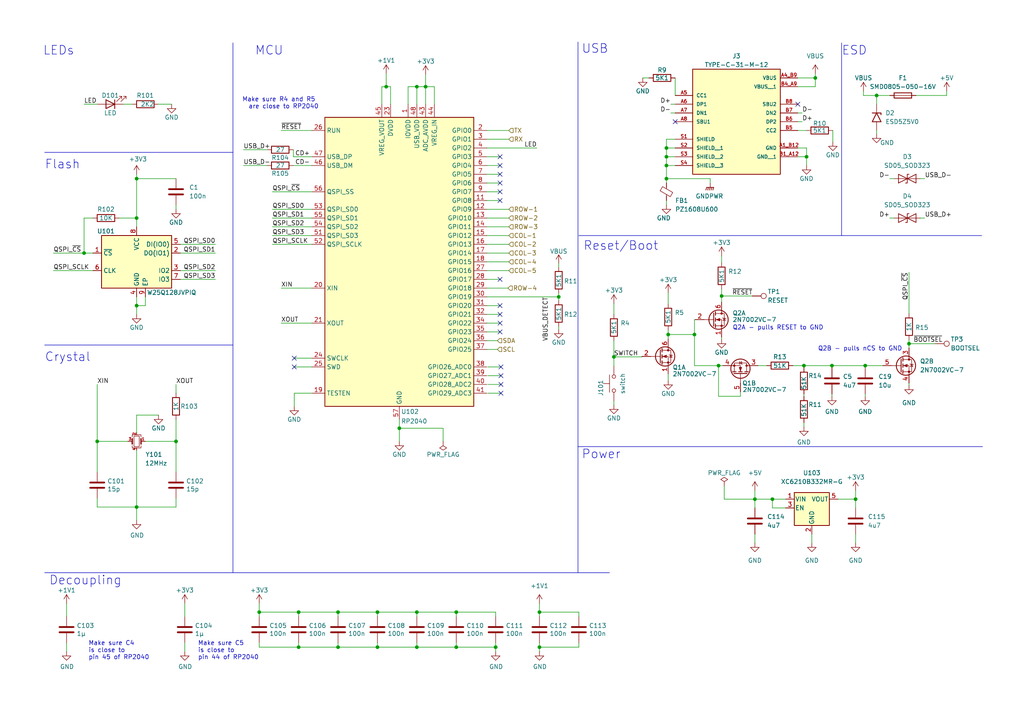
<source format=kicad_sch>
(kicad_sch (version 20230121) (generator eeschema)
  (paper "A4")
  (title_block (title "The Interface?") (date "2023-11-22") (rev "1.0-alpha"))
  (junction (at 236.474 22.606))
  (junction (at 132.334 187.706))
  (junction (at 263.652 99.695))
  (junction (at 39.624 88.646))
  (junction (at 75.184 177.546))
  (junction (at 143.764 187.706))
  (junction (at 193.802 97.028))
  (junction (at 28.194 128.016))
  (junction (at 233.934 45.466))
  (junction (at 51.054 128.016))
  (junction (at 112.014 25.146))
  (junction (at 86.614 177.546))
  (junction (at 156.464 177.546))
  (junction (at 193.294 48.006))
  (junction (at 241.3 106.045))
  (junction (at 201.422 97.028))
  (junction (at 178.054 103.505))
  (junction (at 120.904 187.706))
  (junction (at 115.824 124.206))
  (junction (at 156.464 187.706))
  (junction (at 218.948 144.78))
  (junction (at 209.296 85.852))
  (junction (at 109.474 177.546))
  (junction (at 162.052 86.106))
  (junction (at 39.624 51.816))
  (junction (at 224.028 144.78))
  (junction (at 193.294 51.816))
  (junction (at 254.254 27.686))
  (junction (at 120.904 25.146))
  (junction (at 24.384 73.406))
  (junction (at 193.294 42.926))
  (junction (at 193.294 45.466))
  (junction (at 250.952 106.045))
  (junction (at 208.407 106.045))
  (junction (at 233.172 106.045))
  (junction (at 123.444 25.146))
  (junction (at 98.044 177.546))
  (junction (at 132.334 177.546))
  (junction (at 109.474 187.706))
  (junction (at 39.624 63.246))
  (junction (at 39.624 147.066))
  (junction (at 98.044 187.706))
  (junction (at 120.904 177.546))
  (junction (at 248.158 144.78))
  (junction (at 86.614 187.706))
  (no_connect (at 231.394 30.226))
  (no_connect (at 145.034 53.086))
  (no_connect (at 145.034 55.626))
  (no_connect (at 85.344 103.886))
  (no_connect (at 145.288 111.506))
  (no_connect (at 145.034 48.006))
  (no_connect (at 145.034 88.646))
  (no_connect (at 85.344 106.426))
  (no_connect (at 145.034 45.466))
  (no_connect (at 195.834 35.306))
  (no_connect (at 145.034 58.166))
  (no_connect (at 145.288 114.046))
  (no_connect (at 145.034 96.266))
  (no_connect (at 145.288 106.426))
  (no_connect (at 145.034 93.726))
  (no_connect (at 145.034 50.546))
  (no_connect (at 145.034 81.026))
  (no_connect (at 145.288 108.966))
  (no_connect (at 145.034 91.186))
  (wire (pts (xy 39.624 88.646) (xy 42.164 88.646)))
  (wire (pts (xy 193.294 51.816) (xy 193.294 48.006)))
  (wire (pts (xy 141.224 75.946) (xy 147.574 75.946)))
  (wire (pts (xy 236.474 25.146) (xy 236.474 22.606)))
  (wire (pts (xy 141.224 96.266) (xy 145.034 96.266)))
  (wire (pts (xy 141.224 58.166) (xy 145.034 58.166)))
  (wire (pts (xy 241.3 106.045) (xy 250.952 106.045)))
  (wire (pts (xy 51.054 60.706) (xy 51.054 59.436)))
  (wire (pts (xy 24.384 63.246) (xy 24.384 73.406)))
  (wire (pts (xy 24.384 73.406) (xy 26.924 73.406)))
  (wire (pts (xy 19.304 178.816) (xy 19.304 175.006)))
  (wire (pts (xy 53.594 188.976) (xy 53.594 186.436)))
  (wire (pts (xy 132.334 187.706) (xy 143.764 187.706)))
  (polyline (pts (xy 12.954 44.196) (xy 67.564 44.196)))
  (wire (pts (xy 51.054 144.526) (xy 51.054 147.066)))
  (wire (pts (xy 78.994 65.786) (xy 90.424 65.786)))
  (wire (pts (xy 85.09 45.466) (xy 90.424 45.466)))
  (wire (pts (xy 233.934 42.926) (xy 233.934 45.466)))
  (wire (pts (xy 39.624 51.816) (xy 51.054 51.816)))
  (wire (pts (xy 274.574 27.686) (xy 265.684 27.686)))
  (wire (pts (xy 201.422 92.71) (xy 201.422 97.028)))
  (wire (pts (xy 186.436 22.606) (xy 188.214 22.606)))
  (wire (pts (xy 156.464 178.816) (xy 156.464 177.546)))
  (wire (pts (xy 141.224 70.866) (xy 147.574 70.866)))
  (wire (pts (xy 112.014 21.336) (xy 112.014 25.146)))
  (wire (pts (xy 112.014 25.146) (xy 110.744 25.146)))
  (wire (pts (xy 123.444 21.59) (xy 123.444 25.146)))
  (wire (pts (xy 209.296 74.168) (xy 209.296 76.2)))
  (wire (pts (xy 250.952 106.045) (xy 256.032 106.045)))
  (wire (pts (xy 263.652 111.125) (xy 263.652 111.76)))
  (wire (pts (xy 195.834 22.606) (xy 195.834 27.686)))
  (wire (pts (xy 115.824 128.016) (xy 115.824 124.206)))
  (wire (pts (xy 39.624 91.186) (xy 39.624 88.646)))
  (polyline (pts (xy 167.894 68.326) (xy 284.734 68.326)))
  (wire (pts (xy 120.904 178.816) (xy 120.904 177.546)))
  (wire (pts (xy 186.182 103.505) (xy 186.182 103.378)))
  (wire (pts (xy 248.158 142.24) (xy 248.158 144.78)))
  (wire (pts (xy 109.474 177.546) (xy 120.904 177.546)))
  (wire (pts (xy 141.224 53.086) (xy 145.034 53.086)))
  (wire (pts (xy 45.974 30.226) (xy 49.784 30.226)))
  (wire (pts (xy 115.824 124.206) (xy 128.524 124.206)))
  (wire (pts (xy 193.802 108.458) (xy 193.802 110.363)))
  (wire (pts (xy 156.464 175.006) (xy 156.464 177.546)))
  (wire (pts (xy 141.224 81.026) (xy 145.034 81.026)))
  (wire (pts (xy 141.224 86.106) (xy 162.052 86.106)))
  (wire (pts (xy 51.054 128.016) (xy 51.054 136.906)))
  (wire (pts (xy 231.394 25.146) (xy 236.474 25.146)))
  (wire (pts (xy 123.444 25.146) (xy 125.984 25.146)))
  (wire (pts (xy 231.394 45.466) (xy 233.934 45.466)))
  (wire (pts (xy 78.994 60.706) (xy 90.424 60.706)))
  (wire (pts (xy 233.172 122.555) (xy 233.172 123.825)))
  (wire (pts (xy 19.304 188.976) (xy 19.304 186.436)))
  (wire (pts (xy 241.554 41.148) (xy 241.554 37.846)))
  (wire (pts (xy 145.288 114.046) (xy 141.478 114.046)))
  (wire (pts (xy 132.334 177.546) (xy 143.764 177.546)))
  (wire (pts (xy 39.624 130.556) (xy 39.624 147.066)))
  (wire (pts (xy 250.952 106.68) (xy 250.952 106.045)))
  (wire (pts (xy 250.952 114.3) (xy 250.952 114.935)))
  (wire (pts (xy 123.444 25.146) (xy 123.444 30.226)))
  (wire (pts (xy 210.058 140.97) (xy 210.058 144.78)))
  (wire (pts (xy 70.612 43.434) (xy 77.47 43.434)))
  (wire (pts (xy 120.904 30.226) (xy 120.904 25.146)))
  (wire (pts (xy 28.194 128.016) (xy 28.194 136.906)))
  (wire (pts (xy 208.407 106.045) (xy 201.422 106.045)))
  (wire (pts (xy 38.354 30.226) (xy 35.814 30.226)))
  (wire (pts (xy 98.044 178.816) (xy 98.044 177.546)))
  (wire (pts (xy 39.624 51.816) (xy 39.624 63.246)))
  (wire (pts (xy 194.564 30.226) (xy 195.834 30.226)))
  (wire (pts (xy 143.764 187.706) (xy 143.764 188.976)))
  (wire (pts (xy 85.344 103.886) (xy 90.424 103.886)))
  (wire (pts (xy 62.484 70.866) (xy 52.324 70.866)))
  (wire (pts (xy 110.744 25.146) (xy 110.744 30.226)))
  (wire (pts (xy 178.054 98.806) (xy 178.054 103.505)))
  (wire (pts (xy 201.422 97.028) (xy 193.802 97.028)))
  (wire (pts (xy 120.904 177.546) (xy 132.334 177.546)))
  (wire (pts (xy 208.407 114.935) (xy 208.407 106.045)))
  (wire (pts (xy 193.294 58.166) (xy 193.294 59.436)))
  (wire (pts (xy 143.764 178.816) (xy 143.764 177.546)))
  (wire (pts (xy 28.194 111.506) (xy 28.194 128.016)))
  (wire (pts (xy 141.224 48.006) (xy 145.034 48.006)))
  (wire (pts (xy 209.296 85.852) (xy 218.186 85.852)))
  (wire (pts (xy 85.09 48.006) (xy 90.424 48.006)))
  (wire (pts (xy 214.757 113.665) (xy 214.757 114.935)))
  (wire (pts (xy 156.464 177.546) (xy 167.894 177.546)))
  (wire (pts (xy 51.054 121.666) (xy 51.054 128.016)))
  (wire (pts (xy 178.054 88.011) (xy 178.054 91.186)))
  (wire (pts (xy 113.284 30.226) (xy 113.284 25.146)))
  (wire (pts (xy 62.484 81.026) (xy 52.324 81.026)))
  (wire (pts (xy 141.224 60.706) (xy 147.574 60.706)))
  (wire (pts (xy 39.624 120.396) (xy 39.624 125.476)))
  (wire (pts (xy 156.464 187.706) (xy 156.464 188.976)))
  (wire (pts (xy 77.47 48.006) (xy 70.612 48.006)))
  (polyline (pts (xy 167.64 129.54) (xy 284.988 129.54)))
  (wire (pts (xy 24.384 30.226) (xy 28.194 30.226)))
  (wire (pts (xy 243.078 144.78) (xy 248.158 144.78)))
  (wire (pts (xy 109.474 186.436) (xy 109.474 187.706)))
  (wire (pts (xy 178.054 103.505) (xy 186.182 103.505)))
  (wire (pts (xy 218.948 144.78) (xy 218.948 147.32)))
  (wire (pts (xy 263.652 99.695) (xy 263.652 100.965)))
  (wire (pts (xy 81.534 93.726) (xy 90.424 93.726)))
  (wire (pts (xy 193.294 45.466) (xy 193.294 48.006)))
  (wire (pts (xy 201.422 92.71) (xy 201.676 92.71)))
  (wire (pts (xy 51.054 114.046) (xy 51.054 111.506)))
  (wire (pts (xy 85.344 114.046) (xy 90.424 114.046)))
  (wire (pts (xy 210.058 144.78) (xy 218.948 144.78)))
  (wire (pts (xy 141.224 101.346) (xy 144.272 101.346)))
  (wire (pts (xy 232.664 35.306) (xy 231.394 35.306)))
  (wire (pts (xy 178.054 116.332) (xy 178.054 117.475)))
  (wire (pts (xy 120.904 186.436) (xy 120.904 187.706)))
  (wire (pts (xy 195.834 40.386) (xy 193.294 40.386)))
  (wire (pts (xy 263.652 98.552) (xy 263.652 99.695)))
  (wire (pts (xy 115.824 124.206) (xy 115.824 121.666)))
  (wire (pts (xy 86.614 187.706) (xy 98.044 187.706)))
  (wire (pts (xy 120.904 187.706) (xy 132.334 187.706)))
  (wire (pts (xy 233.172 114.3) (xy 233.172 114.935)))
  (wire (pts (xy 141.224 98.806) (xy 144.272 98.806)))
  (wire (pts (xy 86.614 178.816) (xy 86.614 177.546)))
  (wire (pts (xy 156.464 186.436) (xy 156.464 187.706)))
  (wire (pts (xy 250.444 27.686) (xy 250.444 26.416)))
  (wire (pts (xy 209.296 83.82) (xy 209.296 85.852)))
  (wire (pts (xy 78.994 68.326) (xy 90.424 68.326)))
  (wire (pts (xy 86.614 177.546) (xy 98.044 177.546)))
  (wire (pts (xy 209.296 85.852) (xy 209.296 87.63)))
  (wire (pts (xy 201.422 97.028) (xy 201.422 106.045)))
  (wire (pts (xy 39.624 147.066) (xy 51.054 147.066)))
  (wire (pts (xy 205.994 51.816) (xy 193.294 51.816)))
  (wire (pts (xy 254.254 30.226) (xy 254.254 27.686)))
  (wire (pts (xy 167.894 178.816) (xy 167.894 177.546)))
  (wire (pts (xy 132.334 186.436) (xy 132.334 187.706)))
  (wire (pts (xy 193.294 40.386) (xy 193.294 42.926)))
  (wire (pts (xy 162.052 86.106) (xy 162.052 87.122)))
  (wire (pts (xy 268.224 51.816) (xy 266.954 51.816)))
  (wire (pts (xy 141.224 55.626) (xy 145.034 55.626)))
  (wire (pts (xy 75.184 178.816) (xy 75.184 177.546)))
  (wire (pts (xy 90.424 55.626) (xy 78.994 55.626)))
  (wire (pts (xy 85.344 106.426) (xy 90.424 106.426)))
  (wire (pts (xy 193.294 53.086) (xy 193.294 51.816)))
  (wire (pts (xy 193.802 95.758) (xy 193.802 97.028)))
  (wire (pts (xy 233.172 106.045) (xy 241.3 106.045)))
  (wire (pts (xy 274.574 26.416) (xy 274.574 27.686)))
  (wire (pts (xy 28.194 147.066) (xy 39.624 147.066)))
  (wire (pts (xy 24.384 63.246) (xy 26.924 63.246)))
  (wire (pts (xy 218.948 144.78) (xy 224.028 144.78)))
  (wire (pts (xy 145.288 108.966) (xy 141.478 108.966)))
  (wire (pts (xy 39.624 120.396) (xy 45.974 120.396)))
  (wire (pts (xy 193.294 42.926) (xy 193.294 45.466)))
  (polyline (pts (xy 12.954 166.116) (xy 176.784 166.116)))
  (polyline (pts (xy 244.094 68.326) (xy 244.094 12.446)))
  (wire (pts (xy 141.224 83.566) (xy 147.32 83.566)))
  (wire (pts (xy 162.052 76.454) (xy 162.052 77.47)))
  (wire (pts (xy 194.564 32.766) (xy 195.834 32.766)))
  (wire (pts (xy 231.394 42.926) (xy 233.934 42.926)))
  (wire (pts (xy 231.394 22.606) (xy 236.474 22.606)))
  (wire (pts (xy 141.224 78.486) (xy 147.574 78.486)))
  (wire (pts (xy 233.172 106.68) (xy 233.172 106.045)))
  (wire (pts (xy 141.224 88.646) (xy 145.034 88.646)))
  (wire (pts (xy 233.934 37.846) (xy 231.394 37.846)))
  (wire (pts (xy 141.224 50.546) (xy 145.034 50.546)))
  (wire (pts (xy 141.224 93.726) (xy 145.034 93.726)))
  (wire (pts (xy 109.474 187.706) (xy 120.904 187.706)))
  (wire (pts (xy 268.224 63.246) (xy 266.954 63.246)))
  (wire (pts (xy 34.544 63.246) (xy 39.624 63.246)))
  (wire (pts (xy 81.534 37.846) (xy 90.424 37.846)))
  (wire (pts (xy 62.484 73.406) (xy 52.324 73.406)))
  (wire (pts (xy 141.224 73.406) (xy 147.574 73.406)))
  (wire (pts (xy 39.624 88.646) (xy 39.624 86.106)))
  (wire (pts (xy 141.224 37.846) (xy 147.574 37.846)))
  (wire (pts (xy 254.254 38.862) (xy 254.254 37.846)))
  (wire (pts (xy 52.324 78.486) (xy 62.484 78.486)))
  (wire (pts (xy 42.164 128.016) (xy 51.054 128.016)))
  (wire (pts (xy 141.224 63.246) (xy 147.574 63.246)))
  (wire (pts (xy 258.064 63.246) (xy 259.334 63.246)))
  (wire (pts (xy 241.3 106.68) (xy 241.3 106.045)))
  (wire (pts (xy 209.296 97.79) (xy 209.296 98.425)))
  (wire (pts (xy 205.994 51.816) (xy 205.994 53.086)))
  (wire (pts (xy 75.184 177.546) (xy 86.614 177.546)))
  (wire (pts (xy 118.364 30.226) (xy 118.364 25.146)))
  (wire (pts (xy 90.424 70.866) (xy 78.994 70.866)))
  (wire (pts (xy 113.284 25.146) (xy 112.014 25.146)))
  (wire (pts (xy 98.044 187.706) (xy 109.474 187.706)))
  (wire (pts (xy 195.834 48.006) (xy 193.294 48.006)))
  (wire (pts (xy 254.254 27.686) (xy 258.064 27.686)))
  (wire (pts (xy 81.534 83.566) (xy 90.424 83.566)))
  (wire (pts (xy 193.802 84.963) (xy 193.802 88.138)))
  (wire (pts (xy 195.834 42.926) (xy 193.294 42.926)))
  (wire (pts (xy 39.624 63.246) (xy 39.624 65.786)))
  (wire (pts (xy 195.834 45.466) (xy 193.294 45.466)))
  (wire (pts (xy 218.948 142.24) (xy 218.948 144.78)))
  (wire (pts (xy 162.052 85.09) (xy 162.052 86.106)))
  (wire (pts (xy 224.028 147.32) (xy 224.028 144.78)))
  (wire (pts (xy 248.158 154.94) (xy 248.158 157.48)))
  (wire (pts (xy 15.494 73.406) (xy 24.384 73.406)))
  (wire (pts (xy 141.224 65.786) (xy 147.574 65.786)))
  (wire (pts (xy 231.394 32.766) (xy 232.664 32.766)))
  (wire (pts (xy 235.458 154.94) (xy 235.458 157.48)))
  (wire (pts (xy 259.334 51.816) (xy 258.064 51.816)))
  (wire (pts (xy 167.894 187.706) (xy 167.894 186.436)))
  (wire (pts (xy 98.044 186.436) (xy 98.044 187.706)))
  (wire (pts (xy 85.09 43.434) (xy 85.09 45.466)))
  (wire (pts (xy 120.904 25.146) (xy 123.444 25.146)))
  (wire (pts (xy 39.624 147.066) (xy 39.624 150.876)))
  (wire (pts (xy 78.994 63.246) (xy 90.424 63.246)))
  (wire (pts (xy 229.997 106.045) (xy 233.172 106.045)))
  (wire (pts (xy 42.164 88.646) (xy 42.164 86.106)))
  (wire (pts (xy 156.464 187.706) (xy 167.894 187.706)))
  (polyline (pts (xy 67.564 12.446) (xy 67.564 166.116)))
  (wire (pts (xy 193.802 97.028) (xy 193.802 98.298)))
  (wire (pts (xy 15.494 78.486) (xy 26.924 78.486)))
  (wire (pts (xy 141.224 45.466) (xy 145.034 45.466)))
  (wire (pts (xy 248.158 144.78) (xy 248.158 147.32)))
  (wire (pts (xy 75.184 175.006) (xy 75.184 177.546)))
  (wire (pts (xy 86.614 187.706) (xy 75.184 187.706)))
  (wire (pts (xy 118.364 25.146) (xy 120.904 25.146)))
  (wire (pts (xy 75.184 186.436) (xy 75.184 187.706)))
  (wire (pts (xy 178.054 103.505) (xy 178.054 106.172)))
  (wire (pts (xy 86.614 186.436) (xy 86.614 187.706)))
  (wire (pts (xy 218.948 157.48) (xy 218.948 154.94)))
  (wire (pts (xy 28.194 128.016) (xy 37.084 128.016)))
  (wire (pts (xy 53.594 178.816) (xy 53.594 175.006)))
  (wire (pts (xy 162.052 95.504) (xy 162.052 94.742)))
  (wire (pts (xy 128.524 128.016) (xy 128.524 124.206)))
  (wire (pts (xy 141.224 91.186) (xy 145.034 91.186)))
  (wire (pts (xy 39.624 50.546) (xy 39.624 51.816)))
  (wire (pts (xy 132.334 178.816) (xy 132.334 177.546)))
  (wire (pts (xy 208.407 106.045) (xy 209.677 106.045)))
  (wire (pts (xy 143.764 186.436) (xy 143.764 187.706)))
  (wire (pts (xy 141.224 40.386) (xy 147.574 40.386)))
  (polyline (pts (xy 12.954 100.076) (xy 67.564 100.076)))
  (wire (pts (xy 98.044 177.546) (xy 109.474 177.546)))
  (wire (pts (xy 236.474 22.606) (xy 236.474 21.336)))
  (wire (pts (xy 263.652 99.695) (xy 271.272 99.695)))
  (wire (pts (xy 145.288 111.506) (xy 141.478 111.506)))
  (wire (pts (xy 141.224 68.326) (xy 147.574 68.326)))
  (wire (pts (xy 28.194 144.526) (xy 28.194 147.066)))
  (wire (pts (xy 214.757 114.935) (xy 208.407 114.935)))
  (wire (pts (xy 241.3 114.3) (xy 241.3 114.935)))
  (wire (pts (xy 224.028 144.78) (xy 227.838 144.78)))
  (wire (pts (xy 125.984 30.226) (xy 125.984 25.146)))
  (wire (pts (xy 145.288 106.426) (xy 141.478 106.426)))
  (wire (pts (xy 227.838 147.32) (xy 224.028 147.32)))
  (wire (pts (xy 263.652 78.994) (xy 263.652 90.932)))
  (wire (pts (xy 219.837 106.045) (xy 222.377 106.045)))
  (wire (pts (xy 85.344 117.856) (xy 85.344 114.046)))
  (polyline (pts (xy 167.64 12.192) (xy 167.64 166.116)))
  (wire (pts (xy 141.224 42.926) (xy 155.702 42.926)))
  (wire (pts (xy 109.474 178.816) (xy 109.474 177.546)))
  (wire (pts (xy 233.934 45.466) (xy 233.934 48.006)))
  (wire (pts (xy 250.444 27.686) (xy 254.254 27.686)))
  (text "LEDs\n" (at 12.446 16.256 0) (effects (font (size 2.54 2.54)) (justify left bottom)))
  (text "Make sure C5\nis close to \npin 44 of RP2040" (at 57.404 191.516 0) (effects (font (size 1.27 1.27)) (justify left bottom)))
  (text "ESD" (at 244.094 16.256 0) (effects (font (size 2.54 2.54)) (justify left bottom)))
  (text "Q2A - pulls RESET to GND" (at 212.471 95.885 0) (effects (font (size 1.27 1.27)) (justify left bottom)))
  (text "Q2B - pulls nCS to GND" (at 237.236 101.981 0) (effects (font (size 1.27 1.27)) (justify left bottom)))
  (text "MCU" (at 73.914 16.256 0) (effects (font (size 2.54 2.54)) (justify left bottom)))
  (text "Power\n" (at 168.656 133.35 0) (effects (font (size 2.54 2.54)) (justify left bottom)))
  (text "Make sure C4\nis close to \npin 45 of RP2040" (at 25.654 191.516 0) (effects (font (size 1.27 1.27)) (justify left bottom)))
  (text "Decoupling" (at 14.224 169.926 0) (effects (font (size 2.54 2.54)) (justify left bottom)))
  (text "USB" (at 168.656 15.748 0) (effects (font (size 2.54 2.54)) (justify left bottom)))
  (text "Crystal" (at 12.954 105.156 0) (effects (font (size 2.54 2.54)) (justify left bottom)))
  (text "Flash" (at 12.954 49.276 0) (effects (font (size 2.54 2.54)) (justify left bottom)))
  (text "Reset/Boot" (at 169.164 72.898 0) (effects (font (size 2.54 2.54)) (justify left bottom)))
  (text "Make sure R4 and R5 \nare close to RP2040" (at 92.456 31.75 0) (effects (font (size 1.27 1.27)) (justify right bottom)))
  (label "USB_D+" (at 70.612 43.434 0))
  (label "USB_D+" (at 268.224 63.246 0))
  (label "~{RESET}" (at 212.344 85.852 0))
  (label "QSPI_~{CS}" (at 78.994 55.626 0))
  (label "D+" (at 258.064 63.246 180))
  (label "QSPI_SCLK" (at 15.494 78.486 0))
  (label "XIN" (at 28.194 111.506 0))
  (label "XOUT" (at 81.534 93.726 0))
  (label "CD-" (at 85.598 48.006 0))
  (label "QSPI_~{CS}" (at 15.494 73.406 0))
  (label "QSPI_SD2" (at 62.484 78.486 180))
  (label "XIN" (at 81.534 83.566 0))
  (label "USB_D-" (at 70.612 48.006 0))
  (label "QSPI_SD0" (at 62.484 70.866 180))
  (label "D+" (at 194.564 30.226 180))
  (label "QSPI_SD2" (at 78.994 65.786 0))
  (label "SWITCH" (at 178.054 103.505 0))
  (label "D-" (at 232.664 32.766 0))
  (label "QSPI_~{CS}" (at 263.652 78.994 270))
  (label "QSPI_SD1" (at 78.994 63.246 0))
  (label "XOUT" (at 51.054 111.506 0))
  (label "QSPI_SD1" (at 62.484 73.406 180))
  (label "QSPI_SD3" (at 78.994 68.326 0))
  (label "~{BOOTSEL}" (at 264.922 99.568 0))
  (label "CD+" (at 85.598 45.466 0))
  (label "QSPI_SD0" (at 78.994 60.706 0))
  (label "D+" (at 232.664 35.306 0))
  (label "QSPI_SCLK" (at 78.994 70.866 0))
  (label "LED" (at 24.384 30.226 0))
  (label "D-" (at 194.564 32.766 180))
  (label "D-" (at 258.064 51.816 180))
  (label "QSPI_SD3" (at 62.484 81.026 180))
  (label "VBUS_DETECT" (at 159.258 86.106 270))
  (label "LED" (at 155.702 42.926 180))
  (label "USB_D-" (at 268.224 51.816 0))
  (label "~{RESET}" (at 81.534 37.846 0))
  (hierarchical_label "ROW-1" (shape input) (at 147.574 60.706 0))
  (hierarchical_label "TX" (shape input) (at 147.574 37.846 0))
  (hierarchical_label "COL-5" (shape input) (at 147.574 78.486 0))
  (hierarchical_label "ROW-4" (shape input) (at 147.32 83.566 0))
  (hierarchical_label "SDA" (shape input) (at 144.272 98.806 0))
  (hierarchical_label "COL-3" (shape input) (at 147.574 73.406 0))
  (hierarchical_label "COL-1" (shape input) (at 147.574 68.326 0))
  (hierarchical_label "COL-4" (shape input) (at 147.574 75.946 0))
  (hierarchical_label "SCL" (shape input) (at 144.272 101.346 0))
  (hierarchical_label "COL-2" (shape input) (at 147.574 70.866 0))
  (hierarchical_label "ROW-3" (shape input) (at 147.574 65.786 0))
  (hierarchical_label "ROW-2" (shape input) (at 147.574 63.246 0))
  (hierarchical_label "RX" (shape input) (at 147.574 40.386 0))
  (symbol (lib_id "Transistor_FET:FDG6335N") (at 191.262 103.378 0) (unit 1)
    (property "Reference" "Q1" (at 195.072 106.553 0) (effects (justify left)))
    (property "Value" "2N7002VC-7" (at 195.072 108.458 0) (effects (justify left)))
    (property "Footprint" "Keyboard:SOT-563" (effects hide))
    (property "Datasheet" "http://www.gneic.com/product/datasheet/FDG6335N-1122853.pdf" (effects hide))
    (property "LCSC" "C504145" (effects hide))
    (property "MPN " "2N7002V" (effects hide))
    (property "Manufacturer" "Changjiang Electronics Tech (CJ) " (effects hide))
  )
  (symbol (lib_id "Connector:TestPoint") (at 218.186 85.852 270) (unit 1) (in_bom no)
    (property "Reference" "TP1" (at 222.631 84.582 90) (effects (justify left)))
    (property "Value" "RESET" (at 222.631 87.122 90) (effects (justify left)))
    (property "Footprint" "TestPoint:TestPoint_Pad_1.0x1.0mm" (effects hide))
  )
  (symbol (lib_id "Transistor_FET:FDG6335N") (at 214.757 108.585 270) (mirror x) (unit 2)
    (property "Reference" "Q1" (at 217.297 111.125 90))
    (property "Value" "2N7002VC-7" (at 221.742 113.03 90))
    (property "Footprint" "Keyboard:SOT-563" (effects hide))
    (property "Datasheet" "http://www.gneic.com/product/datasheet/FDG6335N-1122853.pdf" (effects hide))
    (property "LCSC" "C504145" (effects hide))
    (property "MPN " "2N7002V" (effects hide))
    (property "Manufacturer" "Changjiang Electronics Tech (CJ) " (effects hide))
  )
  (symbol (lib_id "Memory_Flash:W25Q32JVZP") (at 39.624 75.946 0) (unit 1)
    (property "Reference" "U101" (at 30.734 67.056 0))
    (property "Value" "W25Q128JVPIQ" (at 49.784 84.836 0))
    (property "Footprint" "Keyboard:WSON_128JVPIQ_WIN" (effects hide))
    (property "Datasheet" "https://www.winbond.com/resource-files/w25q128jv%20revf%2003272018%20plus.pdf" (effects hide))
    (instances (project "keyboard" (path "" (reference "U101") (unit 1))) (project "Interface" (path "" (reference "U1") (unit 1)) (path "" (reference "U1") (unit 1))))
  )
  (symbol (lib_id "power:GND") (at 178.054 117.475 0) (unit 1)
    (property "Reference" "#PWR0111" (effects hide))
    (property "Value" "GND" (at 178.054 121.285 0))
    (instances (project "sea-picro" (path "" (reference "#PWR0111") (unit 1))) (project "Interface" (path "" (reference "#PWR0147") (unit 1))))
  )
  (symbol (lib_id "Device:R") (at 30.734 63.246 270) (unit 1)
    (property "Reference" "R102" (at 30.734 60.706 90))
    (property "Value" "10K" (at 30.734 63.246 90))
    (property "Footprint" "Resistor_SMD:R_0402_1005Metric" (effects hide))
    (instances (project "keyboard" (path "" (reference "R102") (unit 1))) (project "Interface" (path "" (reference "R2") (unit 1)) (path "" (reference "R2") (unit 1))))
  )
  (symbol (lib_id "power:GND") (at 218.948 157.48 0) (unit 1)
    (property "Reference" "#PWR0120" (effects hide))
    (property "Value" "GND" (at 218.948 162.56 0))
    (instances (project "keyboard" (path "" (reference "#PWR0120") (unit 1))) (project "Interface" (path "" (reference "#PWR020") (unit 1)) (path "" (reference "#PWR0124") (unit 1))))
  )
  (symbol (lib_id "Device:R") (at 237.744 37.846 90) (unit 1)
    (property "Reference" "R10" (at 237.744 35.814 90))
    (property "Value" "5K1" (at 237.744 37.846 90))
    (property "Footprint" "Resistor_SMD:R_0402_1005Metric" (effects hide))
    (instances (project "Interface" (path "" (reference "R10") (unit 1)) (path "" (reference "R10") (unit 1))) (project "udb-s" (path "" (reference "R2") (unit 1))))
  )
  (symbol (lib_id "Device:C") (at 248.158 151.13 0) (unit 1)
    (property "Reference" "C115" (at 251.714 149.86 0) (effects (justify left)))
    (property "Value" "4u7" (at 251.714 152.4 0) (effects (justify left)))
    (property "Footprint" "Capacitor_SMD:C_0603_1608Metric" (effects hide))
    (property "LCSC" "C19666" (effects hide))
    (instances (project "keyboard" (path "" (reference "C115") (unit 1))) (project "Interface" (path "" (reference "C16") (unit 1)) (path "" (reference "C16") (unit 1))))
  )
  (symbol (lib_id "power:+3V3") (at 53.594 175.006 0) (unit 1)
    (property "Reference" "#PWR0108" (effects hide))
    (property "Value" "+3V3" (at 53.594 171.196 0))
    (instances (project "keyboard" (path "" (reference "#PWR0108") (unit 1))) (project "Interface" (path "" (reference "#PWR08") (unit 1)) (path "" (reference "#PWR0109") (unit 1))))
  )
  (symbol (lib_id "power:+3V3") (at 209.296 74.168 0) (unit 1)
    (property "Reference" "#PWR0107" (effects hide))
    (property "Value" "+3V3" (at 209.296 70.358 0))
    (instances (project "sea-picro" (path "" (reference "#PWR0107") (unit 1))) (project "Interface" (path "" (reference "#PWR0120") (unit 1))))
  )
  (symbol (lib_id "Device:C") (at 156.464 182.626 0) (unit 1)
    (property "Reference" "C112" (at 159.385 181.4576 0) (effects (justify left)))
    (property "Value" "100n" (at 159.385 183.769 0) (effects (justify left)))
    (property "Footprint" "Capacitor_SMD:C_0402_1005Metric" (effects hide))
    (property "Datasheet" "https://datasheet.lcsc.com/lcsc/2304140030_Samsung-Electro-Mechanics-CL05B104KO5NNNC_C1525.pdf" (effects hide))
    (property "LCSC" "C1525" (effects hide))
    (instances (project "keyboard" (path "" (reference "C112") (unit 1))) (project "Interface" (path "" (reference "C13") (unit 1)) (path "" (reference "C13") (unit 1))))
  )
  (symbol (lib_id "Device:R") (at 162.052 90.932 0) (unit 1)
    (property "Reference" "R12" (at 163.576 91.186 0) (effects (justify left)))
    (property "Value" "5K1" (at 162.052 92.964 90) (effects (justify left)))
    (property "Footprint" "Resistor_SMD:R_0402_1005Metric" (effects hide))
  )
  (symbol (lib_id "power:GND") (at 39.624 91.186 0) (unit 1)
    (property "Reference" "#PWR0104" (effects hide))
    (property "Value" "GND" (at 39.624 94.996 0))
    (instances (project "keyboard" (path "" (reference "#PWR0104") (unit 1))) (project "Interface" (path "" (reference "#PWR04") (unit 1)) (path "" (reference "#PWR0104") (unit 1))))
  )
  (symbol (lib_id "Device:R") (at 51.054 117.856 0) (unit 1)
    (property "Reference" "R103" (at 54.864 117.856 0))
    (property "Value" "1K" (at 51.054 117.856 90))
    (property "Footprint" "Resistor_SMD:R_0402_1005Metric" (effects hide))
    (instances (project "keyboard" (path "" (reference "R103") (unit 1))) (project "Interface" (path "" (reference "R3") (unit 1)) (path "" (reference "R3") (unit 1))))
  )
  (symbol (lib_id "power:VBUS") (at 250.444 26.416 0) (unit 1)
    (property "Reference" "#PWR037" (effects hide))
    (property "Value" "VBUS" (at 250.444 22.606 0))
    (instances (project "Interface" (path "" (reference "#PWR037") (unit 1)) (path "" (reference "#PWR0133") (unit 1))))
  )
  (symbol (lib_id "Diode:SD05_SOD323") (at 263.144 63.246 0) (unit 1)
    (property "Reference" "D4" (at 263.144 56.896 0))
    (property "Value" "SD05_SOD323" (at 263.144 59.436 0))
    (property "Footprint" "Diode_SMD:D_SOD-323" (effects hide))
    (property "Datasheet" "https://www.lcsc.com/product-detail/ESD-Protection-Devices_DOWO_C2983254.html" (effects hide))
    (property "LCSC" "C2983254" (effects hide))
  )
  (symbol (lib_id "Device:C") (at 167.894 182.626 0) (unit 1)
    (property "Reference" "C113" (at 170.815 181.4576 0) (effects (justify left)))
    (property "Value" "100n" (at 170.815 183.769 0) (effects (justify left)))
    (property "Footprint" "Capacitor_SMD:C_0402_1005Metric" (effects hide))
    (property "Datasheet" "https://datasheet.lcsc.com/lcsc/2304140030_Samsung-Electro-Mechanics-CL05B104KO5NNNC_C1525.pdf" (effects hide))
    (property "LCSC" "C1525" (effects hide))
    (instances (project "keyboard" (path "" (reference "C113") (unit 1))) (project "Interface" (path "" (reference "C14") (unit 1)) (path "" (reference "C14") (unit 1))))
  )
  (symbol (lib_id "power:+3V3") (at 178.054 88.011 0) (unit 1)
    (property "Reference" "#PWR0110" (effects hide))
    (property "Value" "+3V3" (at 178.054 84.201 0))
    (instances (project "sea-picro" (path "" (reference "#PWR0110") (unit 1))) (project "Interface" (path "" (reference "#PWR0146") (unit 1))))
  )
  (symbol (lib_id "Device:Crystal_GND24_Small") (at 39.624 128.016 180) (unit 1)
    (property "Reference" "Y101" (at 42.164 131.826 0) (effects (justify right)))
    (property "Value" "12MHz" (at 48.514 134.366 0) (effects (justify left)))
    (property "Footprint" "Crystal:Crystal_SMD_2520-4Pin_2.5x2.0mm" (effects hide))
    (property "LCSC" "C2149204" (effects hide))
    (instances (project "keyboard" (path "" (reference "Y101") (unit 1))) (project "Interface" (path "" (reference "Y1") (unit 1)) (path "" (reference "Y1") (unit 1))))
  )
  (symbol (lib_id "Transistor_FET:FDG6335N") (at 261.112 106.045 0) (unit 2)
    (property "Reference" "Q2" (at 266.827 104.7749 0) (effects (justify left)))
    (property "Value" "2N7002VC-7" (at 266.827 107.3149 0) (effects (justify left)))
    (property "Footprint" "Keyboard:SOT-563" (effects hide))
    (property "Datasheet" "http://www.gneic.com/product/datasheet/FDG6335N-1122853.pdf" (effects hide))
    (property "LCSC" "C504145" (effects hide))
    (property "MPN " "2N7002V" (effects hide))
    (property "Manufacturer" "Changjiang Electronics Tech (CJ) " (effects hide))
  )
  (symbol (lib_name "+5V_1") (lib_id "power:+5V") (at 274.574 26.416 0) (unit 1)
    (property "Reference" "#PWR038" (effects hide))
    (property "Value" "+5V" (at 274.574 22.606 0))
    (instances (project "Interface" (path "" (reference "#PWR038") (unit 1)) (path "" (reference "#PWR0136") (unit 1))))
  )
  (symbol (lib_id "Device:C") (at 51.054 140.716 0) (unit 1)
    (property "Reference" "C102" (at 53.975 139.5476 0) (effects (justify left)))
    (property "Value" "15p" (at 53.975 141.859 0) (effects (justify left)))
    (property "Footprint" "Capacitor_SMD:C_0402_1005Metric" (effects hide))
    (instances (project "keyboard" (path "" (reference "C102") (unit 1))) (project "Interface" (path "" (reference "C3") (unit 1)) (path "" (reference "C3") (unit 1))))
  )
  (symbol (lib_id "power:GND") (at 233.172 123.825 0) (unit 1)
    (property "Reference" "#PWR0104" (effects hide))
    (property "Value" "GND" (at 233.172 128.27 0))
    (instances (project "sea-picro" (path "" (reference "#PWR0104") (unit 1))) (project "Interface" (path "" (reference "#PWR0151") (unit 1))))
  )
  (symbol (lib_id "power:VBUS") (at 162.052 76.454 0) (unit 1)
    (property "Reference" "#PWR0139" (effects hide))
    (property "Value" "VBUS" (at 162.052 72.898 0))
  )
  (symbol (lib_id "Device:C") (at 53.594 182.626 0) (unit 1)
    (property "Reference" "C104" (at 56.515 181.4576 0) (effects (justify left)))
    (property "Value" "1µ" (at 56.515 183.769 0) (effects (justify left)))
    (property "Footprint" "Capacitor_SMD:C_0402_1005Metric" (effects hide))
    (property "LCSC" "C52923" (effects hide))
    (instances (project "keyboard" (path "" (reference "C104") (unit 1))) (project "Interface" (path "" (reference "C5") (unit 1)) (path "" (reference "C5") (unit 1))))
  )
  (symbol (lib_id "Device:C") (at 218.948 151.13 0) (unit 1)
    (property "Reference" "C114" (at 222.504 149.86 0) (effects (justify left)))
    (property "Value" "4u7" (at 222.504 152.4 0) (effects (justify left)))
    (property "Footprint" "Capacitor_SMD:C_0603_1608Metric" (effects hide))
    (property "LCSC" "C19666" (effects hide))
    (instances (project "keyboard" (path "" (reference "C114") (unit 1))) (project "Interface" (path "" (reference "C15") (unit 1)) (path "" (reference "C15") (unit 1))))
  )
  (symbol (lib_id "Diode:SD05_SOD323") (at 263.144 51.816 0) (unit 1)
    (property "Reference" "D3" (at 263.144 45.466 0))
    (property "Value" "SD05_SOD323" (at 263.144 48.006 0))
    (property "Footprint" "Diode_SMD:D_SOD-323" (effects hide))
    (property "Datasheet" "https://www.lcsc.com/product-detail/ESD-Protection-Devices_DOWO_C2983254.html" (effects hide))
    (property "LCSC" "C2983254" (effects hide))
  )
  (symbol (lib_id "power:GND") (at 248.158 157.48 0) (unit 1)
    (property "Reference" "#PWR0125" (effects hide))
    (property "Value" "GND" (at 246.126 162.56 0) (effects (justify left)))
    (instances (project "keyboard" (path "" (reference "#PWR0125") (unit 1))) (project "Interface" (path "" (reference "#PWR027") (unit 1)) (path "" (reference "#PWR0132") (unit 1))))
  )
  (symbol (lib_id "power:GND") (at 53.594 188.976 0) (unit 1)
    (property "Reference" "#PWR0109" (effects hide))
    (property "Value" "GND" (at 53.721 193.3702 0))
    (instances (project "keyboard" (path "" (reference "#PWR0109") (unit 1))) (project "Interface" (path "" (reference "#PWR09") (unit 1)) (path "" (reference "#PWR0110") (unit 1))))
  )
  (symbol (lib_id "power:PWR_FLAG") (at 210.058 140.97 0) (unit 1)
    (property "Reference" "#FLG0103" (effects hide))
    (property "Value" "PWR_FLAG" (at 210.058 137.16 0))
    (instances (project "keyboard" (path "" (reference "#FLG0103") (unit 1))) (project "Interface" (path "" (reference "#FLG02") (unit 1)) (path "" (reference "#FLG0102") (unit 1))))
  )
  (symbol (lib_id "power:GND") (at 143.764 188.976 0) (unit 1)
    (property "Reference" "#PWR0114" (effects hide))
    (property "Value" "GND" (at 143.891 193.3702 0))
    (instances (project "keyboard" (path "" (reference "#PWR0114") (unit 1))) (project "Interface" (path "" (reference "#PWR014") (unit 1)) (path "" (reference "#PWR0115") (unit 1))))
  )
  (symbol (lib_id "power:+3V3") (at 39.624 50.546 0) (unit 1)
    (property "Reference" "#PWR0103" (effects hide))
    (property "Value" "+3V3" (at 40.005 46.1518 0))
    (instances (project "keyboard" (path "" (reference "#PWR0103") (unit 1))) (project "Interface" (path "" (reference "#PWR03") (unit 1)) (path "" (reference "#PWR0103") (unit 1))))
  )
  (symbol (lib_id "power:GND") (at 209.296 98.425 0) (unit 1)
    (property "Reference" "#PWR0101" (effects hide))
    (property "Value" "GND" (at 209.296 102.235 0))
    (instances (project "sea-picro" (path "" (reference "#PWR0101") (unit 1))) (project "Interface" (path "" (reference "#PWR0150") (unit 1))))
  )
  (symbol (lib_id "Device:R") (at 263.652 94.742 0) (unit 1)
    (property "Reference" "R15" (at 265.43 94.996 0) (effects (justify left)))
    (property "Value" "1K" (at 263.652 96.139 90) (effects (justify left)))
    (property "Footprint" "Resistor_SMD:R_0402_1005Metric" (effects hide))
    (property "LCSC" "C11702" (effects hide))
    (property "MPN " "0402WGF1001TCE" (effects hide))
    (property "Manufacturer" "UNI-ROYAL(Uniroyal Elec)" (effects hide))
    (property "JLC Basic" "Y" (effects hide))
    (property "Substitute" "Y" (effects hide))
    (instances (project "sea-picro" (path "" (reference "R15") (unit 1))) (project "Interface" (path "" (reference "R17") (unit 1))))
  )
  (symbol (lib_id "Keyboard:2169900003") (at 213.614 30.226 0) (unit 1)
    (property "Reference" "J3" (at 213.614 16.256 0))
    (property "Value" "TYPE-C-31-M-12" (at 213.614 18.796 0))
    (property "Footprint" "Keyboard:MOLEX_2169900003" (effects hide))
    (property "Datasheet" "https://www.usb.org/sites/default/files/documents/usb_type-c.zip" (effects hide))
    (property "Manufacturer" "Molex" (effects hide))
    (property "Manufacturer Part Number" "TYPE-C-31-M-12" (effects hide))
    (property "LCSC" "C165948" (effects hide))
    (instances (project "Interface" (path "" (reference "J3") (unit 1)) (path "" (reference "J3") (unit 1))) (project "udb-s" (path "" (reference "J1") (unit 1))))
  )
  (symbol (lib_id "power:VBUS") (at 236.474 21.336 0) (unit 1)
    (property "Reference" "#PWR040" (effects hide))
    (property "Value" "VBUS" (at 236.474 16.256 0))
    (instances (project "Interface" (path "" (reference "#PWR040") (unit 1)) (path "" (reference "#PWR0128") (unit 1))))
  )
  (symbol (lib_id "power:GND") (at 19.304 188.976 0) (unit 1)
    (property "Reference" "#PWR0102" (effects hide))
    (property "Value" "GND" (at 19.431 193.3702 0))
    (instances (project "keyboard" (path "" (reference "#PWR0102") (unit 1))) (project "Interface" (path "" (reference "#PWR02") (unit 1)) (path "" (reference "#PWR0102") (unit 1))))
  )
  (symbol (lib_id "MCU_RaspberryPi:RP2040") (at 115.824 75.946 0) (unit 1)
    (property "Reference" "U102" (at 116.332 119.38 0) (effects (justify left)))
    (property "Value" "RP2040" (at 116.332 122.174 0) (effects (justify left)))
    (property "Footprint" "Package_DFN_QFN:QFN-56-1EP_7x7mm_P0.4mm_EP3.2x3.2mm" (effects hide))
    (property "Datasheet" "https://datasheets.raspberrypi.com/rp2040/rp2040-datasheet.pdf" (effects hide))
    (instances (project "keyboard" (path "" (reference "U102") (unit 1))) (project "Interface" (path "" (reference "U2") (unit 1)) (path "" (reference "U2") (unit 1))))
  )
  (symbol (lib_id "Device:R") (at 233.172 110.49 0) (unit 1)
    (property "Reference" "R14" (at 234.442 108.966 0) (effects (justify left)))
    (property "Value" "51K" (at 233.172 113.03 90) (effects (justify left)))
    (property "Footprint" "Resistor_SMD:R_0402_1005Metric" (effects hide))
    (property "JLC Basic" "Y" (effects hide))
    (property "LCSC" "C25794" (effects hide))
    (property "MPN " "0402WGF5102TCE" (effects hide))
    (property "Manufacturer" "UNI-ROYAL(Uniroyal Elec)" (effects hide))
    (property "Substitute" "Y" (effects hide))
    (instances (project "sea-picro" (path "" (reference "R14") (unit 1))) (project "Interface" (path "" (reference "R15") (unit 1))))
  )
  (symbol (lib_id "power:GND") (at 241.554 41.148 0) (unit 1)
    (property "Reference" "#PWR035" (effects hide))
    (property "Value" "GND" (at 243.586 44.958 0) (effects (justify right)))
    (instances (project "Interface" (path "" (reference "#PWR035") (unit 1)) (path "" (reference "#PWR0129") (unit 1))) (project "udb-s" (path "" (reference "#PWR03") (unit 1))))
  )
  (symbol (lib_id "power:GND") (at 45.974 120.396 0) (unit 1)
    (property "Reference" "#PWR0106" (effects hide))
    (property "Value" "GND" (at 45.974 124.206 0))
    (instances (project "keyboard" (path "" (reference "#PWR0106") (unit 1))) (project "Interface" (path "" (reference "#PWR06") (unit 1)) (path "" (reference "#PWR0106") (unit 1))))
  )
  (symbol (lib_id "power:GND") (at 193.802 110.363 0) (unit 1)
    (property "Reference" "#PWR0109" (effects hide))
    (property "Value" "GND" (at 193.802 114.173 0))
    (instances (project "sea-picro" (path "" (reference "#PWR0109") (unit 1))) (project "Interface" (path "" (reference "#PWR0149") (unit 1))))
  )
  (symbol (lib_id "power:+3V3") (at 193.802 84.963 0) (unit 1)
    (property "Reference" "#PWR0107" (effects hide))
    (property "Value" "+3V3" (at 193.802 81.153 0))
    (instances (project "sea-picro" (path "" (reference "#PWR0107") (unit 1))) (project "Interface" (path "" (reference "#PWR0148") (unit 1))))
  )
  (symbol (lib_id "power:GND") (at 193.294 59.436 0) (unit 1)
    (property "Reference" "#PWR033" (effects hide))
    (property "Value" "GND" (at 194.564 63.246 0) (effects (justify right)))
    (instances (project "Interface" (path "" (reference "#PWR033") (unit 1)) (path "" (reference "#PWR0119") (unit 1))) (project "udb-s" (path "" (reference "#PWR012") (unit 1))))
  )
  (symbol (lib_id "Device:C") (at 241.3 110.49 0) (unit 1)
    (property "Reference" "C5" (at 244.475 109.2199 0) (effects (justify left)))
    (property "Value" "4u7" (at 244.475 111.7599 0) (effects (justify left)))
    (property "Footprint" "Capacitor_SMD:C_0402_1005Metric" (effects hide))
    (property "JLC Basic" "Y" (effects hide))
    (property "LCSC" "C23733" (effects hide))
    (property "MPN " "CL05A475MP5NRNC" (effects hide))
    (property "Manufacturer" "Samsung Electro-Mechanics" (effects hide))
    (property "Substitute" "Y" (effects hide))
    (instances (project "sea-picro" (path "" (reference "C5") (unit 1))) (project "Interface" (path "" (reference "C17") (unit 1))))
  )
  (symbol (lib_id "Device:C") (at 250.952 110.49 0) (unit 1)
    (property "Reference" "C19" (at 254.762 109.2199 0) (effects (justify left)))
    (property "Value" "10u" (at 254.762 111.7599 0) (effects (justify left)))
    (property "Footprint" "Capacitor_SMD:C_0402_1005Metric" (effects hide))
    (property "JLC Basic" "Y" (effects hide))
    (property "LCSC" "C15525" (effects hide))
    (property "MPN " "CL05A106MQ5NUNC" (effects hide))
    (property "Manufacturer" "Samsung Electro-Mechanics" (effects hide))
    (property "Substitute" "Y" (effects hide))
  )
  (symbol (lib_id "power:+3V3") (at 123.444 21.59 0) (unit 1)
    (property "Reference" "#PWR0113" (effects hide))
    (property "Value" "+3V3" (at 123.444 17.78 0))
    (instances (project "keyboard" (path "" (reference "#PWR0113") (unit 1))) (project "Interface" (path "" (reference "#PWR013") (unit 1)) (path "" (reference "#PWR0114") (unit 1))))
  )
  (symbol (lib_id "Device:Fuse") (at 261.874 27.686 90) (unit 1)
    (property "Reference" "F1" (at 261.874 22.606 90))
    (property "Value" "SMD0805-050-16V" (at 261.874 25.146 90))
    (property "Footprint" "Fuse:Fuse_0805_2012Metric" (effects hide))
    (property "Manufacturer" "TECHFUSE" (effects hide))
    (property "Manufacturer Part Number" "SMD0805-050-16V" (effects hide))
    (property "LCSC" "C2833485" (effects hide))
  )
  (symbol (lib_id "Device:C") (at 120.904 182.626 0) (unit 1)
    (property "Reference" "C109" (at 123.825 181.4576 0) (effects (justify left)))
    (property "Value" "100n" (at 123.825 183.769 0) (effects (justify left)))
    (property "Footprint" "Capacitor_SMD:C_0402_1005Metric" (effects hide))
    (property "Datasheet" "https://datasheet.lcsc.com/lcsc/2304140030_Samsung-Electro-Mechanics-CL05B104KO5NNNC_C1525.pdf" (effects hide))
    (property "LCSC" "C1525" (effects hide))
    (instances (project "keyboard" (path "" (reference "C109") (unit 1))) (project "Interface" (path "" (reference "C10") (unit 1)) (path "" (reference "C10") (unit 1))))
  )
  (symbol (lib_id "power:GND") (at 49.784 30.226 0) (unit 1)
    (property "Reference" "#PWR0107" (effects hide))
    (property "Value" "GND" (at 49.784 34.036 0))
    (instances (project "keyboard" (path "" (reference "#PWR0107") (unit 1))) (project "Interface" (path "" (reference "#PWR07") (unit 1)) (path "" (reference "#PWR0107") (unit 1))))
  )
  (symbol (lib_id "power:+1V1") (at 156.464 175.006 0) (unit 1)
    (property "Reference" "#PWR0115" (effects hide))
    (property "Value" "+1V1" (at 156.464 169.926 0))
    (instances (project "keyboard" (path "" (reference "#PWR0115") (unit 1))) (project "Interface" (path "" (reference "#PWR015") (unit 1)) (path "" (reference "#PWR0116") (unit 1))))
  )
  (symbol (lib_id "power:GND") (at 115.824 128.016 0) (unit 1)
    (property "Reference" "#PWR0112" (effects hide))
    (property "Value" "GND" (at 115.824 131.826 0))
    (instances (project "keyboard" (path "" (reference "#PWR0112") (unit 1))) (project "Interface" (path "" (reference "#PWR012") (unit 1)) (path "" (reference "#PWR0113") (unit 1))))
  )
  (symbol (lib_id "power:+3V3") (at 75.184 175.006 0) (unit 1)
    (property "Reference" "#PWR0110" (effects hide))
    (property "Value" "+3V3" (at 75.184 171.196 0))
    (instances (project "keyboard" (path "" (reference "#PWR0110") (unit 1))) (project "Interface" (path "" (reference "#PWR010") (unit 1)) (path "" (reference "#PWR0111") (unit 1))))
  )
  (symbol (lib_id "Device:R") (at 162.052 81.28 0) (unit 1)
    (property "Reference" "R11" (at 163.576 81.534 0) (effects (justify left)))
    (property "Value" "5K1" (at 162.052 83.312 90) (effects (justify left)))
    (property "Footprint" "Resistor_SMD:R_0402_1005Metric" (effects hide))
  )
  (symbol (lib_id "power:GND") (at 263.652 111.76 0) (unit 1)
    (property "Reference" "#PWR0103" (effects hide))
    (property "Value" "GND" (at 263.652 116.84 0))
    (instances (project "sea-picro" (path "" (reference "#PWR0103") (unit 1))) (project "Interface" (path "" (reference "#PWR0154") (unit 1))))
  )
  (symbol (lib_id "power:GND") (at 85.344 117.856 0) (unit 1)
    (property "Reference" "#PWR0112" (effects hide))
    (property "Value" "GND" (at 85.344 121.666 0))
    (instances (project "keyboard" (path "" (reference "#PWR0112") (unit 1))) (project "Interface" (path "" (reference "#PWR012") (unit 1)) (path "" (reference "#PWR0141") (unit 1))))
  )
  (symbol (lib_id "power:GND") (at 39.624 150.876 0) (unit 1)
    (property "Reference" "#PWR0105" (effects hide))
    (property "Value" "GND" (at 39.751 155.2702 0))
    (instances (project "keyboard" (path "" (reference "#PWR0105") (unit 1))) (project "Interface" (path "" (reference "#PWR05") (unit 1)) (path "" (reference "#PWR0105") (unit 1))))
  )
  (symbol (lib_id "Device:R") (at 178.054 94.996 0) (unit 1)
    (property "Reference" "R4" (at 179.959 93.7259 0) (effects (justify left)))
    (property "Value" "5K1" (at 178.054 96.901 90) (effects (justify left)))
    (property "Footprint" "Resistor_SMD:R_0402_1005Metric" (effects hide))
    (property "LCSC" "C25905" (effects hide))
    (property "MPN " "0402WGF5101TCE" (effects hide))
    (property "Manufacturer" "UNI-ROYAL(Uniroyal Elec)" (effects hide))
    (property "JLC Basic" "Y" (effects hide))
    (property "Substitute" "Y" (effects hide))
    (instances (project "sea-picro" (path "" (reference "R4") (unit 1))) (project "Interface" (path "" (reference "R6") (unit 1))))
  )
  (symbol (lib_id "Device:C") (at 98.044 182.626 0) (unit 1)
    (property "Reference" "C107" (at 100.965 181.4576 0) (effects (justify left)))
    (property "Value" "100n" (at 100.965 183.769 0) (effects (justify left)))
    (property "Footprint" "Capacitor_SMD:C_0402_1005Metric" (effects hide))
    (property "Datasheet" "https://datasheet.lcsc.com/lcsc/2304140030_Samsung-Electro-Mechanics-CL05B104KO5NNNC_C1525.pdf" (effects hide))
    (property "LCSC" "C1525" (effects hide))
    (instances (project "keyboard" (path "" (reference "C107") (unit 1))) (project "Interface" (path "" (reference "C8") (unit 1)) (path "" (reference "C8") (unit 1))))
  )
  (symbol (lib_id "Switch:SW_Push") (at 178.054 111.252 90) (mirror x) (unit 1)
    (property "Reference" "J101" (at 174.244 112.522 0))
    (property "Value" "switch" (at 180.594 111.252 0))
    (property "Footprint" "Keyboard:SW_SKHLLCA010" (effects hide))
    (property "Datasheet" "https://datasheet.lcsc.com/lcsc/1810281633_ALPSALPINE-SKHLLBA010_C115343.pdf" (effects hide))
    (property "LCSC" "C115343" (effects hide))
    (instances (project "keyboard" (path "" (reference "J101") (unit 1))) (project "Interface" (path "" (reference "J1") (unit 1)) (path "" (reference "J102") (unit 1))))
  )
  (symbol (lib_id "power:GND") (at 186.436 22.606 0) (unit 1)
    (property "Reference" "#PWR034" (effects hide))
    (property "Value" "GND" (at 188.468 26.416 0) (effects (justify right)))
    (instances (project "Interface" (path "" (reference "#PWR034") (unit 1)) (path "" (reference "#PWR0118") (unit 1))) (project "udb-s" (path "" (reference "#PWR02") (unit 1))))
  )
  (symbol (lib_id "Device:R") (at 233.172 118.745 0) (unit 1)
    (property "Reference" "R11" (at 234.442 117.348 0) (effects (justify left)))
    (property "Value" "51K" (at 233.172 120.904 90) (effects (justify left)))
    (property "Footprint" "Resistor_SMD:R_0402_1005Metric" (effects hide))
    (property "JLC Basic" "Y" (effects hide))
    (property "LCSC" "C25794" (effects hide))
    (property "MPN " "0402WGF5102TCE" (effects hide))
    (property "Manufacturer" "UNI-ROYAL(Uniroyal Elec)" (effects hide))
    (property "Substitute" "Y" (effects hide))
    (instances (project "sea-picro" (path "" (reference "R11") (unit 1))) (project "Interface" (path "" (reference "R16") (unit 1))))
  )
  (symbol (lib_id "power:+5V") (at 218.948 142.24 0) (unit 1)
    (property "Reference" "#PWR0119" (effects hide))
    (property "Value" "+5V" (at 218.948 137.16 0))
    (instances (project "keyboard" (path "" (reference "#PWR0119") (unit 1))) (project "Interface" (path "" (reference "#PWR019") (unit 1)) (path "" (reference "#PWR0123") (unit 1))))
  )
  (symbol (lib_id "Device:C") (at 86.614 182.626 0) (unit 1)
    (property "Reference" "C106" (at 89.535 181.4576 0) (effects (justify left)))
    (property "Value" "100n" (at 89.535 183.769 0) (effects (justify left)))
    (property "Footprint" "Capacitor_SMD:C_0402_1005Metric" (effects hide))
    (property "Datasheet" "https://datasheet.lcsc.com/lcsc/2304140030_Samsung-Electro-Mechanics-CL05B104KO5NNNC_C1525.pdf" (effects hide))
    (property "LCSC" "C1525" (effects hide))
    (instances (project "keyboard" (path "" (reference "C106") (unit 1))) (project "Interface" (path "" (reference "C7") (unit 1)) (path "" (reference "C7") (unit 1))))
  )
  (symbol (lib_id "Connector:TestPoint") (at 271.272 99.695 270) (unit 1) (in_bom no)
    (property "Reference" "TP3" (at 275.717 98.425 90) (effects (justify left)))
    (property "Value" "BOOTSEL" (at 275.717 100.965 90) (effects (justify left)))
    (property "Footprint" "TestPoint:TestPoint_Pad_1.0x1.0mm" (effects hide))
    (instances (project "sea-picro" (path "" (reference "TP3") (unit 1))) (project "Interface" (path "" (reference "TP2") (unit 1))))
  )
  (symbol (lib_id "power:+3V3") (at 248.158 142.24 0) (unit 1)
    (property "Reference" "#PWR0124" (effects hide))
    (property "Value" "+3V3" (at 248.158 138.43 0))
    (instances (project "keyboard" (path "" (reference "#PWR0124") (unit 1))) (project "Interface" (path "" (reference "#PWR026") (unit 1)) (path "" (reference "#PWR0131") (unit 1))))
  )
  (symbol (lib_id "power:GND") (at 241.3 114.935 0) (unit 1)
    (property "Reference" "#PWR0105" (effects hide))
    (property "Value" "GND" (at 241.3 119.38 0))
    (instances (project "sea-picro" (path "" (reference "#PWR0105") (unit 1))) (project "Interface" (path "" (reference "#PWR0152") (unit 1))))
  )
  (symbol (lib_id "Device:C") (at 75.184 182.626 0) (unit 1)
    (property "Reference" "C105" (at 78.105 181.4576 0) (effects (justify left)))
    (property "Value" "100n" (at 78.105 183.769 0) (effects (justify left)))
    (property "Footprint" "Capacitor_SMD:C_0402_1005Metric" (effects hide))
    (property "Datasheet" "https://datasheet.lcsc.com/lcsc/2304140030_Samsung-Electro-Mechanics-CL05B104KO5NNNC_C1525.pdf" (effects hide))
    (property "LCSC" "C1525" (effects hide))
    (instances (project "keyboard" (path "" (reference "C105") (unit 1))) (project "Interface" (path "" (reference "C6") (unit 1)) (path "" (reference "C6") (unit 1))))
  )
  (symbol (lib_id "power:GND") (at 156.464 188.976 0) (unit 1)
    (property "Reference" "#PWR0116" (effects hide))
    (property "Value" "GND" (at 156.591 193.3702 0))
    (instances (project "keyboard" (path "" (reference "#PWR0116") (unit 1))) (project "Interface" (path "" (reference "#PWR016") (unit 1)) (path "" (reference "#PWR0117") (unit 1))))
  )
  (symbol (lib_id "power:PWR_FLAG") (at 128.524 128.016 180) (unit 1)
    (property "Reference" "#FLG0101" (effects hide))
    (property "Value" "PWR_FLAG" (at 128.524 131.826 0))
    (instances (project "keyboard" (path "" (reference "#FLG0101") (unit 1))) (project "Interface" (path "" (reference "#FLG01") (unit 1)) (path "" (reference "#FLG0101") (unit 1))))
  )
  (symbol (lib_id "Device:R") (at 193.802 91.948 0) (unit 1)
    (property "Reference" "R5" (at 195.707 90.6779 0) (effects (justify left)))
    (property "Value" "5K1" (at 193.802 93.853 90) (effects (justify left)))
    (property "Footprint" "Resistor_SMD:R_0402_1005Metric" (effects hide))
    (property "LCSC" "C25905" (effects hide))
    (property "MPN " "0402WGF5101TCE" (effects hide))
    (property "Manufacturer" "UNI-ROYAL(Uniroyal Elec)" (effects hide))
    (property "JLC Basic" "Y" (effects hide))
    (property "Substitute" "Y" (effects hide))
    (instances (project "sea-picro" (path "" (reference "R5") (unit 1))) (project "Interface" (path "" (reference "R7") (unit 1))))
  )
  (symbol (lib_id "Device:C") (at 19.304 182.626 0) (unit 1)
    (property "Reference" "C103" (at 22.225 181.4576 0) (effects (justify left)))
    (property "Value" "1µ" (at 22.225 183.769 0) (effects (justify left)))
    (property "Footprint" "Capacitor_SMD:C_0402_1005Metric" (effects hide))
    (property "LCSC" "C52923" (effects hide))
    (instances (project "keyboard" (path "" (reference "C103") (unit 1))) (project "Interface" (path "" (reference "C4") (unit 1)) (path "" (reference "C4") (unit 1))))
  )
  (symbol (lib_id "Device:R") (at 42.164 30.226 270) (unit 1)
    (property "Reference" "R101" (at 44.704 27.686 90) (effects (justify right)))
    (property "Value" "2K2" (at 44.704 30.226 90) (effects (justify right)))
    (property "Footprint" "Resistor_SMD:R_0402_1005Metric" (effects hide))
    (instances (project "keyboard" (path "" (reference "R101") (unit 1))) (project "Interface" (path "" (reference "R1") (unit 1)) (path "" (reference "R1") (unit 1))))
  )
  (symbol (lib_id "Transistor_FET:FDG6335N") (at 206.756 92.71 0) (unit 1)
    (property "Reference" "Q2" (at 214.376 90.805 0))
    (property "Value" "2N7002VC-7" (at 218.821 92.71 0))
    (property "Footprint" "Keyboard:SOT-563" (effects hide))
    (property "Datasheet" "http://www.gneic.com/product/datasheet/FDG6335N-1122853.pdf" (effects hide))
    (property "LCSC" "C504145" (effects hide))
    (property "MPN " "2N7002V" (effects hide))
    (property "Manufacturer" "Changjiang Electronics Tech (CJ) " (effects hide))
  )
  (symbol (lib_id "Device:C") (at 51.054 55.626 0) (unit 1)
    (property "Reference" "C1" (at 54.864 54.356 0) (effects (justify left)))
    (property "Value" "100n" (at 54.864 56.896 0) (effects (justify left)))
    (property "Footprint" "Capacitor_SMD:C_0402_1005Metric" (effects hide))
    (property "Datasheet" "https://datasheet.lcsc.com/lcsc/2304140030_Samsung-Electro-Mechanics-CL05B104KO5NNNC_C1525.pdf" (effects hide))
    (property "LCSC" "C1525" (effects hide))
  )
  (symbol (lib_id "Device:C") (at 132.334 182.626 0) (unit 1)
    (property "Reference" "C110" (at 135.255 181.4576 0) (effects (justify left)))
    (property "Value" "100n" (at 135.255 183.769 0) (effects (justify left)))
    (property "Footprint" "Capacitor_SMD:C_0402_1005Metric" (effects hide))
    (property "Datasheet" "https://datasheet.lcsc.com/lcsc/2304140030_Samsung-Electro-Mechanics-CL05B104KO5NNNC_C1525.pdf" (effects hide))
    (property "LCSC" "C1525" (effects hide))
    (instances (project "keyboard" (path "" (reference "C110") (unit 1))) (project "Interface" (path "" (reference "C11") (unit 1)) (path "" (reference "C11") (unit 1))))
  )
  (symbol (lib_id "power:GND") (at 233.934 48.006 0) (unit 1)
    (property "Reference" "#PWR023" (effects hide))
    (property "Value" "GND" (at 235.966 51.816 0) (effects (justify right)))
    (instances (project "Interface" (path "" (reference "#PWR023") (unit 1)) (path "" (reference "#PWR0127") (unit 1))) (project "udb-s" (path "" (reference "#PWR010") (unit 1))))
  )
  (symbol (lib_id "Device:LED") (at 32.004 30.226 180) (unit 1)
    (property "Reference" "D101" (at 32.004 27.686 0))
    (property "Value" "LED" (at 32.004 32.766 0))
    (property "Footprint" "LED_SMD:LED_0603_1608Metric" (effects hide))
    (property "LCSC" "C2290" (effects hide))
    (instances (project "keyboard" (path "" (reference "D101") (unit 1))) (project "Interface" (path "" (reference "D1") (unit 1)) (path "" (reference "D1") (unit 1))))
  )
  (symbol (lib_id "Device:C") (at 109.474 182.626 0) (unit 1)
    (property "Reference" "C108" (at 112.395 181.4576 0) (effects (justify left)))
    (property "Value" "100n" (at 112.395 183.769 0) (effects (justify left)))
    (property "Footprint" "Capacitor_SMD:C_0402_1005Metric" (effects hide))
    (property "Datasheet" "https://datasheet.lcsc.com/lcsc/2304140030_Samsung-Electro-Mechanics-CL05B104KO5NNNC_C1525.pdf" (effects hide))
    (property "LCSC" "C1525" (effects hide))
    (instances (project "keyboard" (path "" (reference "C108") (unit 1))) (project "Interface" (path "" (reference "C9") (unit 1)) (path "" (reference "C9") (unit 1))))
  )
  (symbol (lib_id "power:GND") (at 235.458 157.48 0) (unit 1)
    (property "Reference" "#PWR0122" (effects hide))
    (property "Value" "GND" (at 235.458 162.56 0))
    (instances (project "keyboard" (path "" (reference "#PWR0122") (unit 1))) (project "Interface" (path "" (reference "#PWR024") (unit 1)) (path "" (reference "#PWR0126") (unit 1))))
  )
  (symbol (lib_id "Diode:SMF6V0A") (at 254.254 34.036 270) (unit 1)
    (property "Reference" "D2" (at 256.794 32.7659 90) (effects (justify left)))
    (property "Value" "ESD5Z5V0" (at 256.794 35.3059 90) (effects (justify left)))
    (property "Footprint" "Diode_SMD:D_SOD-523" (effects hide))
    (property "Datasheet" "https://www.vishay.com/doc?85881" (effects hide))
    (property "Manufacturer" "MDD" (effects hide))
    (property "Manufacturer Part Number" "ESD5Z5V0" (effects hide))
    (property "LCSC" "C502546" (effects hide))
    (instances (project "Interface" (path "" (reference "D2") (unit 1)) (path "" (reference "D2") (unit 1))) (project "udb-s" (path "" (reference "D1") (unit 1))))
  )
  (symbol (lib_id "Device:R") (at 192.024 22.606 90) (unit 1)
    (property "Reference" "R9" (at 192.024 20.32 90))
    (property "Value" "5K1" (at 192.024 22.606 90))
    (property "Footprint" "Resistor_SMD:R_0402_1005Metric" (effects hide))
    (instances (project "Interface" (path "" (reference "R9") (unit 1)) (path "" (reference "R9") (unit 1))) (project "udb-s" (path "" (reference "R1") (unit 1))))
  )
  (symbol (lib_id "Device:R") (at 226.187 106.045 90) (unit 1)
    (property "Reference" "R13" (at 226.187 103.505 90))
    (property "Value" "51K" (at 226.187 106.045 90))
    (property "Footprint" "Resistor_SMD:R_0402_1005Metric" (effects hide))
    (property "JLC Basic" "Y" (effects hide))
    (property "LCSC" "C25794" (effects hide))
    (property "MPN " "0402WGF5102TCE" (effects hide))
    (property "Manufacturer" "UNI-ROYAL(Uniroyal Elec)" (effects hide))
    (property "Substitute" "Y" (effects hide))
    (instances (project "sea-picro" (path "" (reference "R13") (unit 1))) (project "Interface" (path "" (reference "R14") (unit 1))))
  )
  (symbol (lib_id "Device:R") (at 81.28 43.434 90) (unit 1)
    (property "Reference" "R104" (at 81.28 45.72 90))
    (property "Value" "27" (at 81.28 43.434 90))
    (property "Footprint" "Resistor_SMD:R_0402_1005Metric" (effects hide))
    (instances (project "keyboard" (path "" (reference "R104") (unit 1))) (project "Interface" (path "" (reference "R4") (unit 1)) (path "" (reference "R4") (unit 1))))
  )
  (symbol (lib_id "power:+1V1") (at 19.304 175.006 0) (unit 1)
    (property "Reference" "#PWR0101" (effects hide))
    (property "Value" "+1V1" (at 19.304 171.196 0))
    (instances (project "keyboard" (path "" (reference "#PWR0101") (unit 1))) (project "Interface" (path "" (reference "#PWR01") (unit 1)) (path "" (reference "#PWR0101") (unit 1))))
  )
  (symbol (lib_name "GND_2") (lib_id "power:GND") (at 162.052 95.504 0) (unit 1)
    (property "Reference" "#PWR0140" (effects hide))
    (property "Value" "GND" (at 162.052 99.314 0))
  )
  (symbol (lib_id "Device:FerriteBead_Small") (at 193.294 55.626 0) (unit 1)
    (property "Reference" "FB1" (at 195.834 58.166 0) (effects (justify left)))
    (property "Value" "PZ1608U600" (at 195.834 60.706 0) (effects (justify left)))
    (property "Footprint" "Inductor_SMD:L_0603_1608Metric" (effects hide))
    (property "LCSC" "C98288" (effects hide))
  )
  (symbol (lib_id "power:GND") (at 254.254 38.862 0) (unit 1)
    (property "Reference" "#PWR022" (effects hide))
    (property "Value" "GND" (at 259.334 41.402 0) (effects (justify right)))
    (instances (project "Interface" (path "" (reference "#PWR022") (unit 1)) (path "" (reference "#PWR0135") (unit 1))) (project "udb-s" (path "" (reference "#PWR05") (unit 1))))
  )
  (symbol (lib_id "Device:R") (at 81.28 48.006 90) (unit 1)
    (property "Reference" "R105" (at 81.28 50.292 90))
    (property "Value" "27" (at 81.28 48.006 90))
    (property "Footprint" "Resistor_SMD:R_0402_1005Metric" (effects hide))
    (instances (project "keyboard" (path "" (reference "R105") (unit 1))) (project "Interface" (path "" (reference "R5") (unit 1)) (path "" (reference "R5") (unit 1))))
  )
  (symbol (lib_id "power:GND") (at 250.952 114.935 0) (unit 1)
    (property "Reference" "#PWR0106" (effects hide))
    (property "Value" "GND" (at 250.952 119.38 0))
    (instances (project "sea-picro" (path "" (reference "#PWR0106") (unit 1))) (project "Interface" (path "" (reference "#PWR0153") (unit 1))))
  )
  (symbol (lib_id "Device:C") (at 143.764 182.626 0) (unit 1)
    (property "Reference" "C111" (at 146.685 181.4576 0) (effects (justify left)))
    (property "Value" "100n" (at 146.685 183.769 0) (effects (justify left)))
    (property "Footprint" "Capacitor_SMD:C_0402_1005Metric" (effects hide))
    (property "Datasheet" "https://datasheet.lcsc.com/lcsc/2304140030_Samsung-Electro-Mechanics-CL05B104KO5NNNC_C1525.pdf" (effects hide))
    (property "LCSC" "C1525" (effects hide))
    (instances (project "keyboard" (path "" (reference "C111") (unit 1))) (project "Interface" (path "" (reference "C12") (unit 1)) (path "" (reference "C12") (unit 1))))
  )
  (symbol (lib_id "power:+1V1") (at 112.014 21.336 0) (unit 1)
    (property "Reference" "#PWR0111" (effects hide))
    (property "Value" "+1V1" (at 112.014 17.526 0))
    (instances (project "keyboard" (path "" (reference "#PWR0111") (unit 1))) (project "Interface" (path "" (reference "#PWR011") (unit 1)) (path "" (reference "#PWR0112") (unit 1))))
  )
  (symbol (lib_name "GND_1") (lib_id "power:GND") (at 51.054 60.706 0) (unit 1)
    (property "Reference" "#PWR029" (effects hide))
    (property "Value" "GND" (at 51.054 64.516 0))
    (instances (project "Interface" (path "" (reference "#PWR029") (unit 1)) (path "" (reference "#PWR0108") (unit 1))))
  )
  (symbol (lib_id "Device:R") (at 209.296 80.01 0) (unit 1)
    (property "Reference" "R12" (at 211.201 78.7399 0) (effects (justify left)))
    (property "Value" "5K1" (at 209.296 82.042 90) (effects (justify left)))
    (property "Footprint" "Resistor_SMD:R_0402_1005Metric" (effects hide))
    (property "LCSC" "C25905" (effects hide))
    (property "MPN " "0402WGF5101TCE" (effects hide))
    (property "Manufacturer" "UNI-ROYAL(Uniroyal Elec)" (effects hide))
    (property "JLC Basic" "Y" (effects hide))
    (property "Substitute" "Y" (effects hide))
    (instances (project "sea-picro" (path "" (reference "R12") (unit 1))) (project "Interface" (path "" (reference "R13") (unit 1))))
  )
  (symbol (lib_id "power:GNDPWR") (at 205.994 53.086 0) (unit 1)
    (property "Reference" "#PWR039" (effects hide))
    (property "Value" "GNDPWR" (at 209.804 56.896 0) (effects (justify right)))
    (instances (project "Interface" (path "" (reference "#PWR039") (unit 1)) (path "" (reference "#PWR0122") (unit 1))) (project "udb-s" (path "" (reference "#PWR09") (unit 1))))
  )
  (symbol (lib_id "Regulator_Linear:AP2127K-3.3") (at 235.458 147.32 0) (unit 1)
    (property "Reference" "U103" (at 235.458 137.16 0))
    (property "Value" "XC6210B332MR-G" (at 235.458 139.7 0))
    (property "Footprint" "Package_TO_SOT_SMD:SOT-23-5" (effects hide))
    (property "Datasheet" "https://datasheet.lcsc.com/lcsc/2304140030_Torex-Semicon-XC6210B332MR-G_C47719.pdf" (effects hide))
    (property "LCSC" "C47719" (effects hide))
    (instances (project "keyboard" (path "" (reference "U103") (unit 1))) (project "Interface" (path "" (reference "U3") (unit 1)) (path "" (reference "U3") (unit 1))))
  )
  (symbol (lib_id "Device:C") (at 28.194 140.716 0) (unit 1)
    (property "Reference" "C101" (at 31.115 139.5476 0) (effects (justify left)))
    (property "Value" "15p" (at 31.115 141.859 0) (effects (justify left)))
    (property "Footprint" "Capacitor_SMD:C_0402_1005Metric" (effects hide))
    (instances (project "keyboard" (path "" (reference "C101") (unit 1))) (project "Interface" (path "" (reference "C2") (unit 1)) (path "" (reference "C2") (unit 1))))
  )
)
</source>
